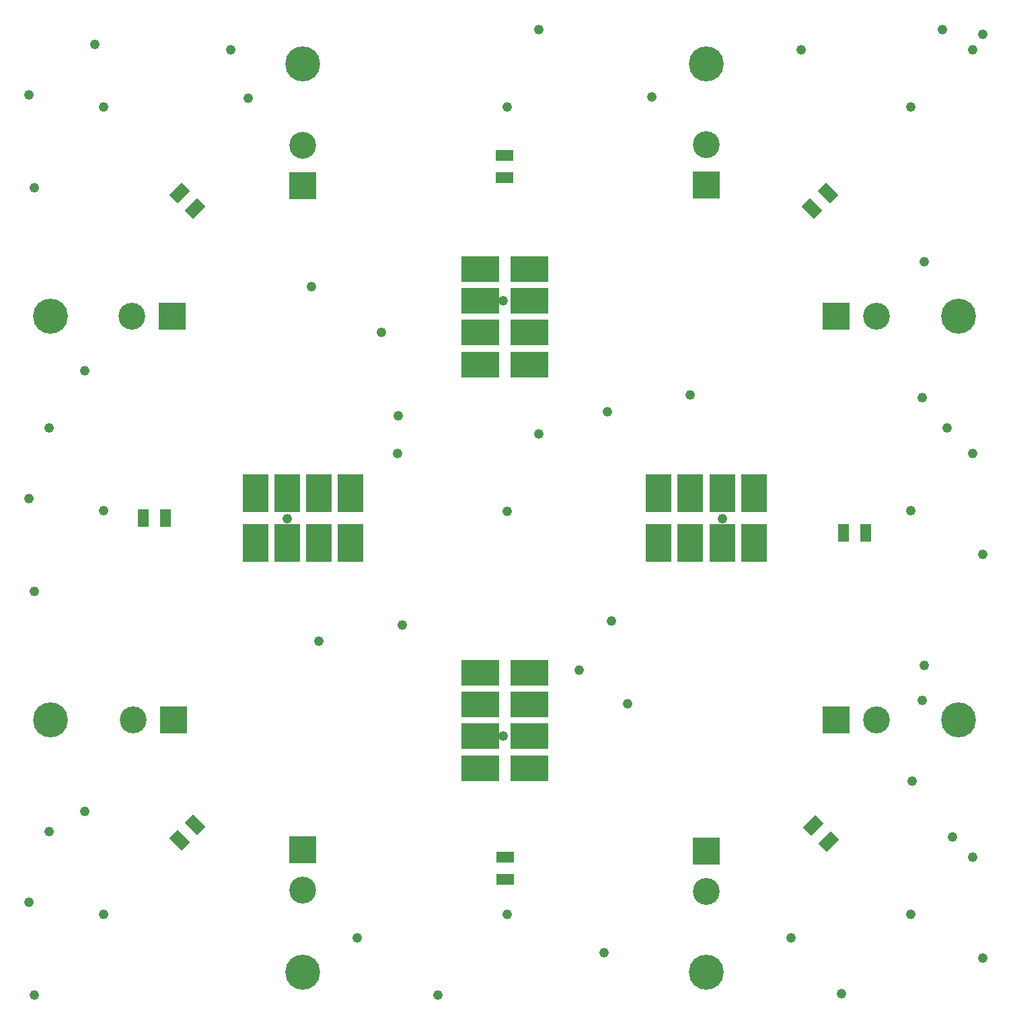
<source format=gbs>
%FSLAX25Y25*%
%MOIN*%
G70*
G01*
G75*
G04 Layer_Color=48896*
%ADD10P,0.08352X4X333.0*%
%ADD11P,0.08352X4X261.0*%
%ADD12P,0.08352X4X189.0*%
%ADD13P,0.08352X4X117.0*%
%ADD14R,0.05906X0.05906*%
%ADD15C,0.02500*%
%ADD16C,0.10000*%
%ADD17C,0.05000*%
%ADD18C,0.12500*%
%ADD19R,0.12500X0.12500*%
%ADD20R,0.12500X0.12500*%
%ADD21C,0.16500*%
%ADD22C,0.04000*%
%ADD23R,0.17716X0.12205*%
%ADD24R,0.12205X0.17716*%
G04:AMPARAMS|DCode=25|XSize=80mil|YSize=50mil|CornerRadius=0mil|HoleSize=0mil|Usage=FLASHONLY|Rotation=45.000|XOffset=0mil|YOffset=0mil|HoleType=Round|Shape=Rectangle|*
%AMROTATEDRECTD25*
4,1,4,-0.01061,-0.04596,-0.04596,-0.01061,0.01061,0.04596,0.04596,0.01061,-0.01061,-0.04596,0.0*
%
%ADD25ROTATEDRECTD25*%

%ADD26R,0.08000X0.05000*%
G04:AMPARAMS|DCode=27|XSize=80mil|YSize=50mil|CornerRadius=0mil|HoleSize=0mil|Usage=FLASHONLY|Rotation=315.000|XOffset=0mil|YOffset=0mil|HoleType=Round|Shape=Rectangle|*
%AMROTATEDRECTD27*
4,1,4,-0.04596,0.01061,-0.01061,0.04596,0.04596,-0.01061,0.01061,-0.04596,-0.04596,0.01061,0.0*
%
%ADD27ROTATEDRECTD27*%

%ADD28R,0.05000X0.08000*%
%ADD29C,0.01000*%
%ADD30C,0.01200*%
%ADD31C,0.01500*%
%ADD32P,0.06937X4X333.0*%
%ADD33P,0.06937X4X261.0*%
%ADD34P,0.06937X4X189.0*%
%ADD35P,0.06937X4X117.0*%
%ADD36R,0.04906X0.04906*%
%ADD37R,0.16716X0.11205*%
%ADD38R,0.11205X0.16716*%
G04:AMPARAMS|DCode=39|XSize=70mil|YSize=40mil|CornerRadius=0mil|HoleSize=0mil|Usage=FLASHONLY|Rotation=45.000|XOffset=0mil|YOffset=0mil|HoleType=Round|Shape=Rectangle|*
%AMROTATEDRECTD39*
4,1,4,-0.01061,-0.03889,-0.03889,-0.01061,0.01061,0.03889,0.03889,0.01061,-0.01061,-0.03889,0.0*
%
%ADD39ROTATEDRECTD39*%

%ADD40R,0.07000X0.04000*%
G04:AMPARAMS|DCode=41|XSize=70mil|YSize=40mil|CornerRadius=0mil|HoleSize=0mil|Usage=FLASHONLY|Rotation=315.000|XOffset=0mil|YOffset=0mil|HoleType=Round|Shape=Rectangle|*
%AMROTATEDRECTD41*
4,1,4,-0.03889,0.01061,-0.01061,0.03889,0.03889,-0.01061,0.01061,-0.03889,-0.03889,0.01061,0.0*
%
%ADD41ROTATEDRECTD41*%

%ADD42R,0.04000X0.07000*%
%ADD43P,0.09483X4X333.0*%
%ADD44P,0.09483X4X261.0*%
%ADD45P,0.09483X4X189.0*%
%ADD46P,0.09483X4X117.0*%
%ADD47R,0.06706X0.06706*%
%ADD48C,0.13300*%
%ADD49R,0.13300X0.13300*%
%ADD50R,0.13300X0.13300*%
%ADD51C,0.17300*%
%ADD52C,0.04800*%
%ADD53R,0.18517X0.13005*%
%ADD54R,0.13005X0.18517*%
G04:AMPARAMS|DCode=55|XSize=88mil|YSize=58mil|CornerRadius=0mil|HoleSize=0mil|Usage=FLASHONLY|Rotation=45.000|XOffset=0mil|YOffset=0mil|HoleType=Round|Shape=Rectangle|*
%AMROTATEDRECTD55*
4,1,4,-0.01061,-0.05162,-0.05162,-0.01061,0.01061,0.05162,0.05162,0.01061,-0.01061,-0.05162,0.0*
%
%ADD55ROTATEDRECTD55*%

%ADD56R,0.08800X0.05800*%
G04:AMPARAMS|DCode=57|XSize=88mil|YSize=58mil|CornerRadius=0mil|HoleSize=0mil|Usage=FLASHONLY|Rotation=315.000|XOffset=0mil|YOffset=0mil|HoleType=Round|Shape=Rectangle|*
%AMROTATEDRECTD57*
4,1,4,-0.05162,0.01061,-0.01061,0.05162,0.05162,-0.01061,0.01061,-0.05162,-0.05162,0.01061,0.0*
%
%ADD57ROTATEDRECTD57*%

%ADD58R,0.05800X0.08800*%
D48*
X735000Y650500D02*
D03*
X650500Y735500D02*
D03*
X450500Y735000D02*
D03*
X366000Y650500D02*
D03*
X366500Y450500D02*
D03*
X450500Y366000D02*
D03*
X650500Y365500D02*
D03*
X735000Y450500D02*
D03*
D49*
X715000Y650500D02*
D03*
X386000D02*
D03*
X386500Y450500D02*
D03*
X715000D02*
D03*
D50*
X650500Y715500D02*
D03*
X450500Y715000D02*
D03*
Y386000D02*
D03*
X650500Y385500D02*
D03*
D51*
X450500Y775500D02*
D03*
X650500D02*
D03*
X775500Y650500D02*
D03*
Y450500D02*
D03*
X325500Y650500D02*
D03*
Y450500D02*
D03*
X450500Y325500D02*
D03*
X650500D02*
D03*
D52*
X757500Y460000D02*
D03*
X443000Y550000D02*
D03*
X550000Y442500D02*
D03*
X658500Y550000D02*
D03*
X550000Y658000D02*
D03*
X757500Y610000D02*
D03*
X787500Y790000D02*
D03*
X772500Y392500D02*
D03*
X770000Y595000D02*
D03*
X782500Y782500D02*
D03*
X497500Y582500D02*
D03*
X697500Y782500D02*
D03*
X352002Y754034D02*
D03*
X552002D02*
D03*
X752002D02*
D03*
Y554034D02*
D03*
X552002Y553534D02*
D03*
X352002Y554034D02*
D03*
Y354034D02*
D03*
X552002D02*
D03*
X752002D02*
D03*
X477500Y342500D02*
D03*
X692500D02*
D03*
X758500Y477500D02*
D03*
Y677500D02*
D03*
X623500Y759000D02*
D03*
X423500Y758500D02*
D03*
X342500Y623500D02*
D03*
Y405000D02*
D03*
X458748Y489252D02*
D03*
X500000Y497500D02*
D03*
X603500Y499500D02*
D03*
X611748Y458248D02*
D03*
X601500Y603000D02*
D03*
X642752Y611248D02*
D03*
X498000Y601000D02*
D03*
X489752Y642252D02*
D03*
X567500Y792500D02*
D03*
X767500D02*
D03*
X567500Y592000D02*
D03*
X415000Y782500D02*
D03*
X455000Y665000D02*
D03*
X752500Y420000D02*
D03*
X587500Y475000D02*
D03*
X782500Y382500D02*
D03*
X787500Y332500D02*
D03*
X717743Y314756D02*
D03*
X517500Y314179D02*
D03*
X600000Y334922D02*
D03*
X315000Y360000D02*
D03*
X317500Y314179D02*
D03*
X325000Y395000D02*
D03*
Y595000D02*
D03*
X317500Y514179D02*
D03*
X315000Y560000D02*
D03*
X787500Y532500D02*
D03*
X782500Y582500D02*
D03*
X315000Y760000D02*
D03*
X317500Y714179D02*
D03*
X347500Y785000D02*
D03*
D53*
X538500Y626504D02*
D03*
Y642252D02*
D03*
Y658000D02*
D03*
X563106Y626504D02*
D03*
Y642252D02*
D03*
Y658000D02*
D03*
X538500Y673748D02*
D03*
X563106D02*
D03*
X538500Y426504D02*
D03*
X563106D02*
D03*
X538500Y442252D02*
D03*
Y458000D02*
D03*
Y473748D02*
D03*
X563106Y442252D02*
D03*
Y458000D02*
D03*
Y473748D02*
D03*
D54*
X627004Y562606D02*
D03*
X642752D02*
D03*
X658500D02*
D03*
X627004Y538000D02*
D03*
X642752D02*
D03*
X658500D02*
D03*
X674248Y562606D02*
D03*
Y538000D02*
D03*
X427252Y562606D02*
D03*
Y538000D02*
D03*
X443000Y562606D02*
D03*
X458748D02*
D03*
X474496D02*
D03*
X443000Y538000D02*
D03*
X458748D02*
D03*
X474496D02*
D03*
D55*
X703611Y397889D02*
D03*
X711389Y390111D02*
D03*
X397389Y703611D02*
D03*
X389611Y711389D02*
D03*
D56*
X551000Y382500D02*
D03*
Y371500D02*
D03*
X550500Y719000D02*
D03*
Y730000D02*
D03*
D57*
X397389Y398389D02*
D03*
X389611Y390611D02*
D03*
X703111Y703611D02*
D03*
X710889Y711389D02*
D03*
D58*
X718500Y543000D02*
D03*
X729500D02*
D03*
X382500Y550500D02*
D03*
X371500D02*
D03*
M02*

</source>
